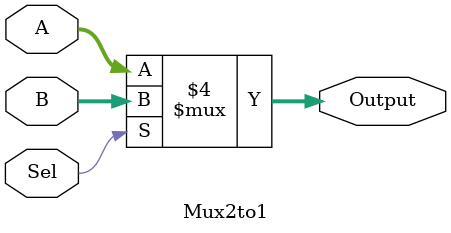
<source format=v>
`timescale 1ns / 1ps
module Mux2to1( A, B, Sel, Output);
	input [63:0] A, B;
	input Sel;
	output reg [63:0] Output;
	
	always @(A,B,Sel) begin
		if (Sel==0)
			Output=A;
		else
			Output=B;
	
	end


endmodule

</source>
